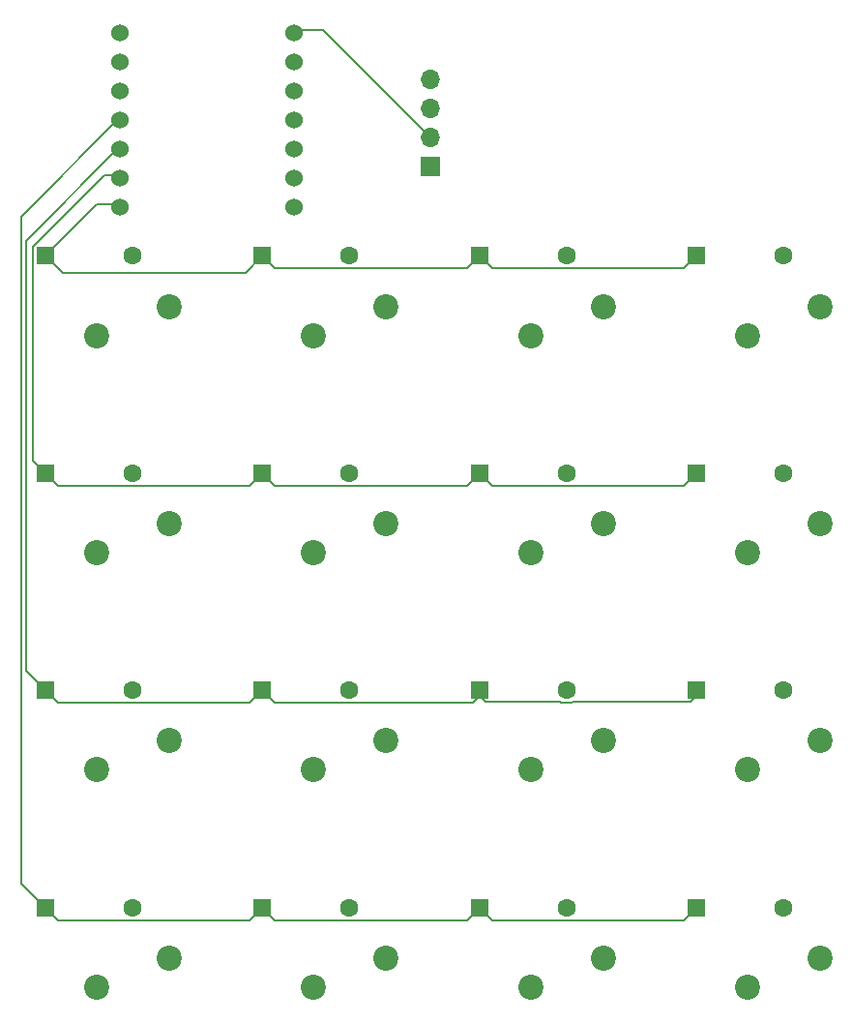
<source format=gbr>
%TF.GenerationSoftware,KiCad,Pcbnew,9.0.6*%
%TF.CreationDate,2025-12-06T16:02:11-05:00*%
%TF.ProjectId,hackpad,6861636b-7061-4642-9e6b-696361645f70,rev?*%
%TF.SameCoordinates,Original*%
%TF.FileFunction,Copper,L2,Bot*%
%TF.FilePolarity,Positive*%
%FSLAX46Y46*%
G04 Gerber Fmt 4.6, Leading zero omitted, Abs format (unit mm)*
G04 Created by KiCad (PCBNEW 9.0.6) date 2025-12-06 16:02:11*
%MOMM*%
%LPD*%
G01*
G04 APERTURE LIST*
G04 Aperture macros list*
%AMRoundRect*
0 Rectangle with rounded corners*
0 $1 Rounding radius*
0 $2 $3 $4 $5 $6 $7 $8 $9 X,Y pos of 4 corners*
0 Add a 4 corners polygon primitive as box body*
4,1,4,$2,$3,$4,$5,$6,$7,$8,$9,$2,$3,0*
0 Add four circle primitives for the rounded corners*
1,1,$1+$1,$2,$3*
1,1,$1+$1,$4,$5*
1,1,$1+$1,$6,$7*
1,1,$1+$1,$8,$9*
0 Add four rect primitives between the rounded corners*
20,1,$1+$1,$2,$3,$4,$5,0*
20,1,$1+$1,$4,$5,$6,$7,0*
20,1,$1+$1,$6,$7,$8,$9,0*
20,1,$1+$1,$8,$9,$2,$3,0*%
G04 Aperture macros list end*
%TA.AperFunction,ComponentPad*%
%ADD10RoundRect,0.250000X-0.550000X-0.550000X0.550000X-0.550000X0.550000X0.550000X-0.550000X0.550000X0*%
%TD*%
%TA.AperFunction,ComponentPad*%
%ADD11C,1.600000*%
%TD*%
%TA.AperFunction,ComponentPad*%
%ADD12C,2.200000*%
%TD*%
%TA.AperFunction,ComponentPad*%
%ADD13R,1.700000X1.700000*%
%TD*%
%TA.AperFunction,ComponentPad*%
%ADD14O,1.700000X1.700000*%
%TD*%
%TA.AperFunction,ComponentPad*%
%ADD15C,1.524000*%
%TD*%
%TA.AperFunction,Conductor*%
%ADD16C,0.200000*%
%TD*%
G04 APERTURE END LIST*
D10*
%TO.P,D6,1,K*%
%TO.N,Row1*%
X93190000Y-84000000D03*
D11*
%TO.P,D6,2,A*%
%TO.N,Net-(D6-A)*%
X100810000Y-84000000D03*
%TD*%
D12*
%TO.P,SW4,1,1*%
%TO.N,Net-(D4-A)*%
X142040000Y-69420000D03*
%TO.P,SW4,2,2*%
%TO.N,Column3*%
X135690000Y-71960000D03*
%TD*%
%TO.P,SW14,1,1*%
%TO.N,Net-(D14-A)*%
X104040000Y-126420000D03*
%TO.P,SW14,2,2*%
%TO.N,Column1*%
X97690000Y-128960000D03*
%TD*%
%TO.P,SW13,1,1*%
%TO.N,Net-(D13-A)*%
X85040000Y-126420000D03*
%TO.P,SW13,2,2*%
%TO.N,Column0*%
X78690000Y-128960000D03*
%TD*%
%TO.P,SW12,1,1*%
%TO.N,Net-(D12-A)*%
X142040000Y-107420000D03*
%TO.P,SW12,2,2*%
%TO.N,Column3*%
X135690000Y-109960000D03*
%TD*%
D10*
%TO.P,D2,1,K*%
%TO.N,Row0*%
X93190000Y-65000000D03*
D11*
%TO.P,D2,2,A*%
%TO.N,Net-(D2-A)*%
X100810000Y-65000000D03*
%TD*%
D10*
%TO.P,D14,1,K*%
%TO.N,Row3*%
X93190000Y-122000000D03*
D11*
%TO.P,D14,2,A*%
%TO.N,Net-(D14-A)*%
X100810000Y-122000000D03*
%TD*%
D12*
%TO.P,SW10,1,1*%
%TO.N,Net-(D10-A)*%
X104040000Y-107420000D03*
%TO.P,SW10,2,2*%
%TO.N,Column1*%
X97690000Y-109960000D03*
%TD*%
%TO.P,SW5,1,1*%
%TO.N,Net-(D5-A)*%
X85040000Y-88420000D03*
%TO.P,SW5,2,2*%
%TO.N,Column0*%
X78690000Y-90960000D03*
%TD*%
D10*
%TO.P,D15,1,K*%
%TO.N,Row3*%
X112190000Y-122000000D03*
D11*
%TO.P,D15,2,A*%
%TO.N,Net-(D15-A)*%
X119810000Y-122000000D03*
%TD*%
D12*
%TO.P,SW7,1,1*%
%TO.N,Net-(D7-A)*%
X123040000Y-88420000D03*
%TO.P,SW7,2,2*%
%TO.N,Column2*%
X116690000Y-90960000D03*
%TD*%
%TO.P,SW16,1,1*%
%TO.N,Net-(D16-A)*%
X142040000Y-126420000D03*
%TO.P,SW16,2,2*%
%TO.N,Column3*%
X135690000Y-128960000D03*
%TD*%
%TO.P,SW8,1,1*%
%TO.N,Net-(D8-A)*%
X142040000Y-88420000D03*
%TO.P,SW8,2,2*%
%TO.N,Column3*%
X135690000Y-90960000D03*
%TD*%
%TO.P,SW6,1,1*%
%TO.N,Net-(D6-A)*%
X104040000Y-88420000D03*
%TO.P,SW6,2,2*%
%TO.N,Column1*%
X97690000Y-90960000D03*
%TD*%
D10*
%TO.P,D9,1,K*%
%TO.N,Row2*%
X74190000Y-103000000D03*
D11*
%TO.P,D9,2,A*%
%TO.N,Net-(D9-A)*%
X81810000Y-103000000D03*
%TD*%
D12*
%TO.P,SW2,1,1*%
%TO.N,Net-(D2-A)*%
X104040000Y-69420000D03*
%TO.P,SW2,2,2*%
%TO.N,Column1*%
X97690000Y-71960000D03*
%TD*%
D10*
%TO.P,D4,1,K*%
%TO.N,Row0*%
X131190000Y-65000000D03*
D11*
%TO.P,D4,2,A*%
%TO.N,Net-(D4-A)*%
X138810000Y-65000000D03*
%TD*%
D10*
%TO.P,D10,1,K*%
%TO.N,Row2*%
X93190000Y-103000000D03*
D11*
%TO.P,D10,2,A*%
%TO.N,Net-(D10-A)*%
X100810000Y-103000000D03*
%TD*%
D12*
%TO.P,SW9,1,1*%
%TO.N,Net-(D9-A)*%
X85040000Y-107420000D03*
%TO.P,SW9,2,2*%
%TO.N,Column0*%
X78690000Y-109960000D03*
%TD*%
D13*
%TO.P,U2,1,GND*%
%TO.N,GND*%
X107885000Y-57195000D03*
D14*
%TO.P,U2,2,VCC*%
%TO.N,+5V*%
X107885000Y-54655000D03*
%TO.P,U2,3,SCL*%
%TO.N,Net-(U1-GPIO4{slash}MISO)*%
X107885000Y-52115000D03*
%TO.P,U2,4,SDA*%
%TO.N,Net-(U1-GPIO3{slash}MOSI)*%
X107885000Y-49575000D03*
%TD*%
D12*
%TO.P,SW11,1,1*%
%TO.N,Net-(D11-A)*%
X123040000Y-107420000D03*
%TO.P,SW11,2,2*%
%TO.N,Column2*%
X116690000Y-109960000D03*
%TD*%
D10*
%TO.P,D8,1,K*%
%TO.N,Row1*%
X131190000Y-84000000D03*
D11*
%TO.P,D8,2,A*%
%TO.N,Net-(D8-A)*%
X138810000Y-84000000D03*
%TD*%
D10*
%TO.P,D7,1,K*%
%TO.N,Row1*%
X112190000Y-84000000D03*
D11*
%TO.P,D7,2,A*%
%TO.N,Net-(D7-A)*%
X119810000Y-84000000D03*
%TD*%
D12*
%TO.P,SW1,1,1*%
%TO.N,Net-(D1-A)*%
X85040000Y-69420000D03*
%TO.P,SW1,2,2*%
%TO.N,Column0*%
X78690000Y-71960000D03*
%TD*%
D10*
%TO.P,D5,1,K*%
%TO.N,Row1*%
X74190000Y-84000000D03*
D11*
%TO.P,D5,2,A*%
%TO.N,Net-(D5-A)*%
X81810000Y-84000000D03*
%TD*%
D10*
%TO.P,D13,1,K*%
%TO.N,Row3*%
X74190000Y-122000000D03*
D11*
%TO.P,D13,2,A*%
%TO.N,Net-(D13-A)*%
X81810000Y-122000000D03*
%TD*%
D10*
%TO.P,D16,1,K*%
%TO.N,Row3*%
X131190000Y-122000000D03*
D11*
%TO.P,D16,2,A*%
%TO.N,Net-(D16-A)*%
X138810000Y-122000000D03*
%TD*%
D10*
%TO.P,D1,1,K*%
%TO.N,Row0*%
X74190000Y-65000000D03*
D11*
%TO.P,D1,2,A*%
%TO.N,Net-(D1-A)*%
X81810000Y-65000000D03*
%TD*%
D10*
%TO.P,D3,1,K*%
%TO.N,Row0*%
X112190000Y-65000000D03*
D11*
%TO.P,D3,2,A*%
%TO.N,Net-(D3-A)*%
X119810000Y-65000000D03*
%TD*%
D12*
%TO.P,SW15,1,1*%
%TO.N,Net-(D15-A)*%
X123040000Y-126420000D03*
%TO.P,SW15,2,2*%
%TO.N,Column2*%
X116690000Y-128960000D03*
%TD*%
D10*
%TO.P,D11,1,K*%
%TO.N,Row2*%
X112190000Y-103000000D03*
D11*
%TO.P,D11,2,A*%
%TO.N,Net-(D11-A)*%
X119810000Y-103000000D03*
%TD*%
D10*
%TO.P,D12,1,K*%
%TO.N,Row2*%
X131190000Y-103000000D03*
D11*
%TO.P,D12,2,A*%
%TO.N,Net-(D12-A)*%
X138810000Y-103000000D03*
%TD*%
D12*
%TO.P,SW3,1,1*%
%TO.N,Net-(D3-A)*%
X123040000Y-69420000D03*
%TO.P,SW3,2,2*%
%TO.N,Column2*%
X116690000Y-71960000D03*
%TD*%
D15*
%TO.P,U1,1,GPIO26/ADC0/A0*%
%TO.N,unconnected-(U1-GPIO26{slash}ADC0{slash}A0-Pad1)*%
X80760000Y-45500000D03*
%TO.P,U1,2,GPIO27/ADC1/A1*%
%TO.N,Column1*%
X80760000Y-48040000D03*
%TO.P,U1,3,GPIO28/ADC2/A2*%
%TO.N,Column0*%
X80760000Y-50580000D03*
%TO.P,U1,4,GPIO29/ADC3/A3*%
%TO.N,Row3*%
X80760000Y-53120000D03*
%TO.P,U1,5,GPIO6/SDA*%
%TO.N,Row2*%
X80760000Y-55660000D03*
%TO.P,U1,6,GPIO7/SCL*%
%TO.N,Row1*%
X80760000Y-58200000D03*
%TO.P,U1,7,GPIO0/TX*%
%TO.N,Row0*%
X80760000Y-60740000D03*
%TO.P,U1,8,GPIO1/RX*%
%TO.N,Column2*%
X96000000Y-60740000D03*
%TO.P,U1,9,GPIO2/SCK*%
%TO.N,Column3*%
X96000000Y-58200000D03*
%TO.P,U1,10,GPIO4/MISO*%
%TO.N,Net-(U1-GPIO4{slash}MISO)*%
X96000000Y-55660000D03*
%TO.P,U1,11,GPIO3/MOSI*%
%TO.N,Net-(U1-GPIO3{slash}MOSI)*%
X96000000Y-53120000D03*
%TO.P,U1,12,3V3*%
%TO.N,unconnected-(U1-3V3-Pad12)*%
X96000000Y-50580000D03*
%TO.P,U1,13,GND*%
%TO.N,GND*%
X96000000Y-48040000D03*
%TO.P,U1,14,VBUS*%
%TO.N,+5V*%
X96000000Y-45500000D03*
%TD*%
D16*
%TO.N,Row3*%
X111089000Y-123101000D02*
X112190000Y-122000000D01*
X72099000Y-61541000D02*
X72099000Y-119909000D01*
X94291000Y-123101000D02*
X111089000Y-123101000D01*
X93190000Y-122000000D02*
X94291000Y-123101000D01*
X112190000Y-122000000D02*
X113291000Y-123101000D01*
X75291000Y-123101000D02*
X92089000Y-123101000D01*
X80760000Y-52880000D02*
X72099000Y-61541000D01*
X74190000Y-122000000D02*
X75291000Y-123101000D01*
X72099000Y-119909000D02*
X74190000Y-122000000D01*
X113291000Y-123101000D02*
X130089000Y-123101000D01*
X130089000Y-123101000D02*
X131190000Y-122000000D01*
X92089000Y-123101000D02*
X93190000Y-122000000D01*
%TO.N,Row2*%
X80760000Y-55420000D02*
X72500000Y-63680000D01*
X93190000Y-103000000D02*
X94291000Y-104101000D01*
X74190000Y-103000000D02*
X75291000Y-104101000D01*
X72500000Y-101310000D02*
X74190000Y-103000000D01*
X92089000Y-104101000D02*
X93190000Y-103000000D01*
X112190000Y-103500000D02*
X112690000Y-104000000D01*
X112690000Y-104000000D02*
X119252950Y-104000000D01*
X111589000Y-104101000D02*
X112190000Y-103500000D01*
X75291000Y-104101000D02*
X92089000Y-104101000D01*
X94291000Y-104101000D02*
X111589000Y-104101000D01*
X119353950Y-104101000D02*
X120266050Y-104101000D01*
X119252950Y-104000000D02*
X119353950Y-104101000D01*
X72500000Y-63680000D02*
X72500000Y-101310000D01*
X120367050Y-104000000D02*
X130690000Y-104000000D01*
X120266050Y-104101000D02*
X120367050Y-104000000D01*
X130690000Y-104000000D02*
X131190000Y-103500000D01*
%TO.N,Row1*%
X73089000Y-64214840D02*
X73089000Y-82899000D01*
X113291000Y-85101000D02*
X130089000Y-85101000D01*
X74190000Y-84000000D02*
X75291000Y-85101000D01*
X73089000Y-82899000D02*
X74190000Y-84000000D01*
X94291000Y-85101000D02*
X111089000Y-85101000D01*
X130089000Y-85101000D02*
X131190000Y-84000000D01*
X92089000Y-85101000D02*
X93190000Y-84000000D01*
X111089000Y-85101000D02*
X112190000Y-84000000D01*
X93190000Y-84000000D02*
X94291000Y-85101000D01*
X112190000Y-84000000D02*
X113291000Y-85101000D01*
X75291000Y-85101000D02*
X92089000Y-85101000D01*
X79343840Y-57960000D02*
X73089000Y-64214840D01*
X80760000Y-57960000D02*
X79343840Y-57960000D01*
%TO.N,Row0*%
X74190000Y-65000000D02*
X75690000Y-66500000D01*
X93190000Y-65000000D02*
X94291000Y-66101000D01*
X75690000Y-66500000D02*
X91690000Y-66500000D01*
X80760000Y-60500000D02*
X78690000Y-60500000D01*
X78690000Y-60500000D02*
X74190000Y-65000000D01*
X92880000Y-65000000D02*
X93190000Y-65000000D01*
X93190000Y-65000000D02*
X91690000Y-66500000D01*
X111089000Y-66101000D02*
X112190000Y-65000000D01*
X113291000Y-66101000D02*
X130089000Y-66101000D01*
X112190000Y-65000000D02*
X113291000Y-66101000D01*
X94291000Y-66101000D02*
X111089000Y-66101000D01*
X130089000Y-66101000D02*
X131190000Y-65000000D01*
%TO.N,+5V*%
X107885000Y-54655000D02*
X98490000Y-45260000D01*
X98490000Y-45260000D02*
X96000000Y-45260000D01*
%TD*%
M02*

</source>
